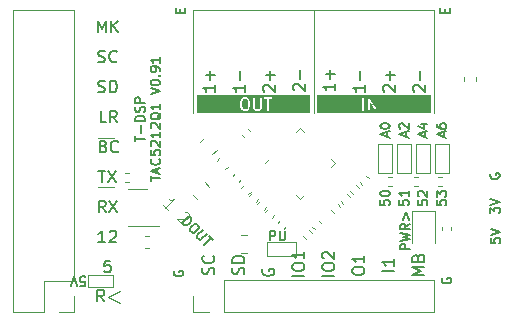
<source format=gto>
G04 #@! TF.GenerationSoftware,KiCad,Pcbnew,9.0.4*
G04 #@! TF.CreationDate,2025-08-20T19:30:37-04:00*
G04 #@! TF.ProjectId,tac5212_audio_board_single_ended,74616335-3231-4325-9f61-7564696f5f62,rev?*
G04 #@! TF.SameCoordinates,Original*
G04 #@! TF.FileFunction,Legend,Top*
G04 #@! TF.FilePolarity,Positive*
%FSLAX46Y46*%
G04 Gerber Fmt 4.6, Leading zero omitted, Abs format (unit mm)*
G04 Created by KiCad (PCBNEW 9.0.4) date 2025-08-20 19:30:37*
%MOMM*%
%LPD*%
G01*
G04 APERTURE LIST*
%ADD10C,0.200000*%
%ADD11C,0.150000*%
%ADD12C,0.100000*%
%ADD13C,0.120000*%
G04 APERTURE END LIST*
D10*
X9027695Y13095239D02*
X9027695Y13552382D01*
X9827695Y13323810D02*
X9027695Y13323810D01*
X9522933Y13819049D02*
X9522933Y14428572D01*
X9827695Y14809525D02*
X9027695Y14809525D01*
X9027695Y14809525D02*
X9027695Y15000001D01*
X9027695Y15000001D02*
X9065790Y15114287D01*
X9065790Y15114287D02*
X9141980Y15190477D01*
X9141980Y15190477D02*
X9218171Y15228572D01*
X9218171Y15228572D02*
X9370552Y15266668D01*
X9370552Y15266668D02*
X9484838Y15266668D01*
X9484838Y15266668D02*
X9637219Y15228572D01*
X9637219Y15228572D02*
X9713409Y15190477D01*
X9713409Y15190477D02*
X9789600Y15114287D01*
X9789600Y15114287D02*
X9827695Y15000001D01*
X9827695Y15000001D02*
X9827695Y14809525D01*
X9789600Y15571429D02*
X9827695Y15685715D01*
X9827695Y15685715D02*
X9827695Y15876191D01*
X9827695Y15876191D02*
X9789600Y15952382D01*
X9789600Y15952382D02*
X9751504Y15990477D01*
X9751504Y15990477D02*
X9675314Y16028572D01*
X9675314Y16028572D02*
X9599123Y16028572D01*
X9599123Y16028572D02*
X9522933Y15990477D01*
X9522933Y15990477D02*
X9484838Y15952382D01*
X9484838Y15952382D02*
X9446742Y15876191D01*
X9446742Y15876191D02*
X9408647Y15723810D01*
X9408647Y15723810D02*
X9370552Y15647620D01*
X9370552Y15647620D02*
X9332457Y15609525D01*
X9332457Y15609525D02*
X9256266Y15571429D01*
X9256266Y15571429D02*
X9180076Y15571429D01*
X9180076Y15571429D02*
X9103885Y15609525D01*
X9103885Y15609525D02*
X9065790Y15647620D01*
X9065790Y15647620D02*
X9027695Y15723810D01*
X9027695Y15723810D02*
X9027695Y15914287D01*
X9027695Y15914287D02*
X9065790Y16028572D01*
X9827695Y16371430D02*
X9027695Y16371430D01*
X9027695Y16371430D02*
X9027695Y16676192D01*
X9027695Y16676192D02*
X9065790Y16752382D01*
X9065790Y16752382D02*
X9103885Y16790477D01*
X9103885Y16790477D02*
X9180076Y16828573D01*
X9180076Y16828573D02*
X9294361Y16828573D01*
X9294361Y16828573D02*
X9370552Y16790477D01*
X9370552Y16790477D02*
X9408647Y16752382D01*
X9408647Y16752382D02*
X9446742Y16676192D01*
X9446742Y16676192D02*
X9446742Y16371430D01*
X10315650Y9723810D02*
X10315650Y10180953D01*
X11115650Y9952381D02*
X10315650Y9952381D01*
X10887078Y10409524D02*
X10887078Y10790477D01*
X11115650Y10333334D02*
X10315650Y10600001D01*
X10315650Y10600001D02*
X11115650Y10866667D01*
X11039459Y11590477D02*
X11077555Y11552381D01*
X11077555Y11552381D02*
X11115650Y11438096D01*
X11115650Y11438096D02*
X11115650Y11361905D01*
X11115650Y11361905D02*
X11077555Y11247619D01*
X11077555Y11247619D02*
X11001364Y11171429D01*
X11001364Y11171429D02*
X10925174Y11133334D01*
X10925174Y11133334D02*
X10772793Y11095238D01*
X10772793Y11095238D02*
X10658507Y11095238D01*
X10658507Y11095238D02*
X10506126Y11133334D01*
X10506126Y11133334D02*
X10429935Y11171429D01*
X10429935Y11171429D02*
X10353745Y11247619D01*
X10353745Y11247619D02*
X10315650Y11361905D01*
X10315650Y11361905D02*
X10315650Y11438096D01*
X10315650Y11438096D02*
X10353745Y11552381D01*
X10353745Y11552381D02*
X10391840Y11590477D01*
X10315650Y12314286D02*
X10315650Y11933334D01*
X10315650Y11933334D02*
X10696602Y11895238D01*
X10696602Y11895238D02*
X10658507Y11933334D01*
X10658507Y11933334D02*
X10620412Y12009524D01*
X10620412Y12009524D02*
X10620412Y12200000D01*
X10620412Y12200000D02*
X10658507Y12276191D01*
X10658507Y12276191D02*
X10696602Y12314286D01*
X10696602Y12314286D02*
X10772793Y12352381D01*
X10772793Y12352381D02*
X10963269Y12352381D01*
X10963269Y12352381D02*
X11039459Y12314286D01*
X11039459Y12314286D02*
X11077555Y12276191D01*
X11077555Y12276191D02*
X11115650Y12200000D01*
X11115650Y12200000D02*
X11115650Y12009524D01*
X11115650Y12009524D02*
X11077555Y11933334D01*
X11077555Y11933334D02*
X11039459Y11895238D01*
X10391840Y12657143D02*
X10353745Y12695239D01*
X10353745Y12695239D02*
X10315650Y12771429D01*
X10315650Y12771429D02*
X10315650Y12961905D01*
X10315650Y12961905D02*
X10353745Y13038096D01*
X10353745Y13038096D02*
X10391840Y13076191D01*
X10391840Y13076191D02*
X10468031Y13114286D01*
X10468031Y13114286D02*
X10544221Y13114286D01*
X10544221Y13114286D02*
X10658507Y13076191D01*
X10658507Y13076191D02*
X11115650Y12619048D01*
X11115650Y12619048D02*
X11115650Y13114286D01*
X11115650Y13876191D02*
X11115650Y13419048D01*
X11115650Y13647620D02*
X10315650Y13647620D01*
X10315650Y13647620D02*
X10429935Y13571429D01*
X10429935Y13571429D02*
X10506126Y13495239D01*
X10506126Y13495239D02*
X10544221Y13419048D01*
X10391840Y14180953D02*
X10353745Y14219049D01*
X10353745Y14219049D02*
X10315650Y14295239D01*
X10315650Y14295239D02*
X10315650Y14485715D01*
X10315650Y14485715D02*
X10353745Y14561906D01*
X10353745Y14561906D02*
X10391840Y14600001D01*
X10391840Y14600001D02*
X10468031Y14638096D01*
X10468031Y14638096D02*
X10544221Y14638096D01*
X10544221Y14638096D02*
X10658507Y14600001D01*
X10658507Y14600001D02*
X11115650Y14142858D01*
X11115650Y14142858D02*
X11115650Y14638096D01*
X11191840Y15514287D02*
X11153745Y15438097D01*
X11153745Y15438097D02*
X11077555Y15361906D01*
X11077555Y15361906D02*
X10963269Y15247620D01*
X10963269Y15247620D02*
X10925174Y15171430D01*
X10925174Y15171430D02*
X10925174Y15095239D01*
X11115650Y15133335D02*
X11077555Y15057144D01*
X11077555Y15057144D02*
X11001364Y14980954D01*
X11001364Y14980954D02*
X10848983Y14942858D01*
X10848983Y14942858D02*
X10582316Y14942858D01*
X10582316Y14942858D02*
X10429935Y14980954D01*
X10429935Y14980954D02*
X10353745Y15057144D01*
X10353745Y15057144D02*
X10315650Y15133335D01*
X10315650Y15133335D02*
X10315650Y15285716D01*
X10315650Y15285716D02*
X10353745Y15361906D01*
X10353745Y15361906D02*
X10429935Y15438097D01*
X10429935Y15438097D02*
X10582316Y15476192D01*
X10582316Y15476192D02*
X10848983Y15476192D01*
X10848983Y15476192D02*
X11001364Y15438097D01*
X11001364Y15438097D02*
X11077555Y15361906D01*
X11077555Y15361906D02*
X11115650Y15285716D01*
X11115650Y15285716D02*
X11115650Y15133335D01*
X11115650Y16238096D02*
X11115650Y15780953D01*
X11115650Y16009525D02*
X10315650Y16009525D01*
X10315650Y16009525D02*
X10429935Y15933334D01*
X10429935Y15933334D02*
X10506126Y15857144D01*
X10506126Y15857144D02*
X10544221Y15780953D01*
X10315650Y17076192D02*
X11115650Y17342859D01*
X11115650Y17342859D02*
X10315650Y17609525D01*
X10315650Y18028573D02*
X10315650Y18104763D01*
X10315650Y18104763D02*
X10353745Y18180954D01*
X10353745Y18180954D02*
X10391840Y18219049D01*
X10391840Y18219049D02*
X10468031Y18257144D01*
X10468031Y18257144D02*
X10620412Y18295239D01*
X10620412Y18295239D02*
X10810888Y18295239D01*
X10810888Y18295239D02*
X10963269Y18257144D01*
X10963269Y18257144D02*
X11039459Y18219049D01*
X11039459Y18219049D02*
X11077555Y18180954D01*
X11077555Y18180954D02*
X11115650Y18104763D01*
X11115650Y18104763D02*
X11115650Y18028573D01*
X11115650Y18028573D02*
X11077555Y17952382D01*
X11077555Y17952382D02*
X11039459Y17914287D01*
X11039459Y17914287D02*
X10963269Y17876192D01*
X10963269Y17876192D02*
X10810888Y17838096D01*
X10810888Y17838096D02*
X10620412Y17838096D01*
X10620412Y17838096D02*
X10468031Y17876192D01*
X10468031Y17876192D02*
X10391840Y17914287D01*
X10391840Y17914287D02*
X10353745Y17952382D01*
X10353745Y17952382D02*
X10315650Y18028573D01*
X11039459Y18638097D02*
X11077555Y18676192D01*
X11077555Y18676192D02*
X11115650Y18638097D01*
X11115650Y18638097D02*
X11077555Y18600001D01*
X11077555Y18600001D02*
X11039459Y18638097D01*
X11039459Y18638097D02*
X11115650Y18638097D01*
X11115650Y19057144D02*
X11115650Y19209525D01*
X11115650Y19209525D02*
X11077555Y19285715D01*
X11077555Y19285715D02*
X11039459Y19323811D01*
X11039459Y19323811D02*
X10925174Y19400001D01*
X10925174Y19400001D02*
X10772793Y19438096D01*
X10772793Y19438096D02*
X10468031Y19438096D01*
X10468031Y19438096D02*
X10391840Y19400001D01*
X10391840Y19400001D02*
X10353745Y19361906D01*
X10353745Y19361906D02*
X10315650Y19285715D01*
X10315650Y19285715D02*
X10315650Y19133334D01*
X10315650Y19133334D02*
X10353745Y19057144D01*
X10353745Y19057144D02*
X10391840Y19019049D01*
X10391840Y19019049D02*
X10468031Y18980953D01*
X10468031Y18980953D02*
X10658507Y18980953D01*
X10658507Y18980953D02*
X10734697Y19019049D01*
X10734697Y19019049D02*
X10772793Y19057144D01*
X10772793Y19057144D02*
X10810888Y19133334D01*
X10810888Y19133334D02*
X10810888Y19285715D01*
X10810888Y19285715D02*
X10772793Y19361906D01*
X10772793Y19361906D02*
X10734697Y19400001D01*
X10734697Y19400001D02*
X10658507Y19438096D01*
X11115650Y20200001D02*
X11115650Y19742858D01*
X11115650Y19971430D02*
X10315650Y19971430D01*
X10315650Y19971430D02*
X10429935Y19895239D01*
X10429935Y19895239D02*
X10506126Y19819049D01*
X10506126Y19819049D02*
X10544221Y19742858D01*
D11*
X27407319Y2028572D02*
X27407319Y2219048D01*
X27407319Y2219048D02*
X27454938Y2314286D01*
X27454938Y2314286D02*
X27550176Y2409524D01*
X27550176Y2409524D02*
X27740652Y2457143D01*
X27740652Y2457143D02*
X28073985Y2457143D01*
X28073985Y2457143D02*
X28264461Y2409524D01*
X28264461Y2409524D02*
X28359700Y2314286D01*
X28359700Y2314286D02*
X28407319Y2219048D01*
X28407319Y2219048D02*
X28407319Y2028572D01*
X28407319Y2028572D02*
X28359700Y1933334D01*
X28359700Y1933334D02*
X28264461Y1838096D01*
X28264461Y1838096D02*
X28073985Y1790477D01*
X28073985Y1790477D02*
X27740652Y1790477D01*
X27740652Y1790477D02*
X27550176Y1838096D01*
X27550176Y1838096D02*
X27454938Y1933334D01*
X27454938Y1933334D02*
X27407319Y2028572D01*
X28407319Y3409524D02*
X28407319Y2838096D01*
X28407319Y3123810D02*
X27407319Y3123810D01*
X27407319Y3123810D02*
X27550176Y3028572D01*
X27550176Y3028572D02*
X27645414Y2933334D01*
X27645414Y2933334D02*
X27693033Y2838096D01*
X32642557Y17295239D02*
X32594938Y17342858D01*
X32594938Y17342858D02*
X32547319Y17438096D01*
X32547319Y17438096D02*
X32547319Y17676191D01*
X32547319Y17676191D02*
X32594938Y17771429D01*
X32594938Y17771429D02*
X32642557Y17819048D01*
X32642557Y17819048D02*
X32737795Y17866667D01*
X32737795Y17866667D02*
X32833033Y17866667D01*
X32833033Y17866667D02*
X32975890Y17819048D01*
X32975890Y17819048D02*
X33547319Y17247620D01*
X33547319Y17247620D02*
X33547319Y17866667D01*
X33166366Y18295239D02*
X33166366Y19057143D01*
X22482557Y17390239D02*
X22434938Y17437858D01*
X22434938Y17437858D02*
X22387319Y17533096D01*
X22387319Y17533096D02*
X22387319Y17771191D01*
X22387319Y17771191D02*
X22434938Y17866429D01*
X22434938Y17866429D02*
X22482557Y17914048D01*
X22482557Y17914048D02*
X22577795Y17961667D01*
X22577795Y17961667D02*
X22673033Y17961667D01*
X22673033Y17961667D02*
X22815890Y17914048D01*
X22815890Y17914048D02*
X23387319Y17342620D01*
X23387319Y17342620D02*
X23387319Y17961667D01*
X23006366Y18390239D02*
X23006366Y19152143D01*
X15659700Y1814287D02*
X15707319Y1957144D01*
X15707319Y1957144D02*
X15707319Y2195239D01*
X15707319Y2195239D02*
X15659700Y2290477D01*
X15659700Y2290477D02*
X15612080Y2338096D01*
X15612080Y2338096D02*
X15516842Y2385715D01*
X15516842Y2385715D02*
X15421604Y2385715D01*
X15421604Y2385715D02*
X15326366Y2338096D01*
X15326366Y2338096D02*
X15278747Y2290477D01*
X15278747Y2290477D02*
X15231128Y2195239D01*
X15231128Y2195239D02*
X15183509Y2004763D01*
X15183509Y2004763D02*
X15135890Y1909525D01*
X15135890Y1909525D02*
X15088271Y1861906D01*
X15088271Y1861906D02*
X14993033Y1814287D01*
X14993033Y1814287D02*
X14897795Y1814287D01*
X14897795Y1814287D02*
X14802557Y1861906D01*
X14802557Y1861906D02*
X14754938Y1909525D01*
X14754938Y1909525D02*
X14707319Y2004763D01*
X14707319Y2004763D02*
X14707319Y2242858D01*
X14707319Y2242858D02*
X14754938Y2385715D01*
X15612080Y3385715D02*
X15659700Y3338096D01*
X15659700Y3338096D02*
X15707319Y3195239D01*
X15707319Y3195239D02*
X15707319Y3100001D01*
X15707319Y3100001D02*
X15659700Y2957144D01*
X15659700Y2957144D02*
X15564461Y2861906D01*
X15564461Y2861906D02*
X15469223Y2814287D01*
X15469223Y2814287D02*
X15278747Y2766668D01*
X15278747Y2766668D02*
X15135890Y2766668D01*
X15135890Y2766668D02*
X14945414Y2814287D01*
X14945414Y2814287D02*
X14850176Y2861906D01*
X14850176Y2861906D02*
X14754938Y2957144D01*
X14754938Y2957144D02*
X14707319Y3100001D01*
X14707319Y3100001D02*
X14707319Y3195239D01*
X14707319Y3195239D02*
X14754938Y3338096D01*
X14754938Y3338096D02*
X14802557Y3385715D01*
X6392023Y-459819D02*
X6058690Y16372D01*
X5820595Y-459819D02*
X5820595Y540181D01*
X5820595Y540181D02*
X6201547Y540181D01*
X6201547Y540181D02*
X6296785Y492562D01*
X6296785Y492562D02*
X6344404Y444943D01*
X6344404Y444943D02*
X6392023Y349705D01*
X6392023Y349705D02*
X6392023Y206848D01*
X6392023Y206848D02*
X6344404Y111610D01*
X6344404Y111610D02*
X6296785Y63991D01*
X6296785Y63991D02*
X6201547Y16372D01*
X6201547Y16372D02*
X5820595Y16372D01*
X18307319Y17866667D02*
X18307319Y17295239D01*
X18307319Y17580953D02*
X17307319Y17580953D01*
X17307319Y17580953D02*
X17450176Y17485715D01*
X17450176Y17485715D02*
X17545414Y17390477D01*
X17545414Y17390477D02*
X17593033Y17295239D01*
X17926366Y18295239D02*
X17926366Y19057143D01*
X39084795Y6985477D02*
X39084795Y7480715D01*
X39084795Y7480715D02*
X39389557Y7214049D01*
X39389557Y7214049D02*
X39389557Y7328334D01*
X39389557Y7328334D02*
X39427652Y7404525D01*
X39427652Y7404525D02*
X39465747Y7442620D01*
X39465747Y7442620D02*
X39541938Y7480715D01*
X39541938Y7480715D02*
X39732414Y7480715D01*
X39732414Y7480715D02*
X39808604Y7442620D01*
X39808604Y7442620D02*
X39846700Y7404525D01*
X39846700Y7404525D02*
X39884795Y7328334D01*
X39884795Y7328334D02*
X39884795Y7099763D01*
X39884795Y7099763D02*
X39846700Y7023572D01*
X39846700Y7023572D02*
X39808604Y6985477D01*
X39084795Y7709287D02*
X39884795Y7975954D01*
X39884795Y7975954D02*
X39084795Y8242620D01*
X28467319Y17866667D02*
X28467319Y17295239D01*
X28467319Y17580953D02*
X27467319Y17580953D01*
X27467319Y17580953D02*
X27610176Y17485715D01*
X27610176Y17485715D02*
X27705414Y17390477D01*
X27705414Y17390477D02*
X27753033Y17295239D01*
X28086366Y18295239D02*
X28086366Y19057143D01*
X39107890Y10329524D02*
X39069795Y10253334D01*
X39069795Y10253334D02*
X39069795Y10139048D01*
X39069795Y10139048D02*
X39107890Y10024762D01*
X39107890Y10024762D02*
X39184080Y9948572D01*
X39184080Y9948572D02*
X39260271Y9910477D01*
X39260271Y9910477D02*
X39412652Y9872381D01*
X39412652Y9872381D02*
X39526938Y9872381D01*
X39526938Y9872381D02*
X39679319Y9910477D01*
X39679319Y9910477D02*
X39755509Y9948572D01*
X39755509Y9948572D02*
X39831700Y10024762D01*
X39831700Y10024762D02*
X39869795Y10139048D01*
X39869795Y10139048D02*
X39869795Y10215239D01*
X39869795Y10215239D02*
X39831700Y10329524D01*
X39831700Y10329524D02*
X39793604Y10367620D01*
X39793604Y10367620D02*
X39526938Y10367620D01*
X39526938Y10367620D02*
X39526938Y10215239D01*
G36*
X18473787Y16630923D02*
G01*
X18545729Y16558981D01*
X18586071Y16397614D01*
X18586071Y16082749D01*
X18545729Y15921383D01*
X18473786Y15849439D01*
X18405271Y15815181D01*
X18250205Y15815181D01*
X18181689Y15849439D01*
X18109746Y15921383D01*
X18069405Y16082749D01*
X18069405Y16397614D01*
X18109746Y16558981D01*
X18181689Y16630923D01*
X18250205Y16665181D01*
X18405271Y16665181D01*
X18473787Y16630923D01*
G37*
G36*
X20750503Y15554070D02*
G01*
X17808294Y15554070D01*
X17808294Y16406848D01*
X17919405Y16406848D01*
X17919405Y16073515D01*
X17919656Y16070962D01*
X17919494Y16069869D01*
X17920303Y16064396D01*
X17920846Y16058883D01*
X17921268Y16057862D01*
X17921644Y16055325D01*
X17969263Y15864849D01*
X17974210Y15851003D01*
X17977529Y15846524D01*
X17979663Y15841372D01*
X17988991Y15830006D01*
X18084229Y15734767D01*
X18089979Y15730047D01*
X18091278Y15728550D01*
X18093532Y15727131D01*
X18095594Y15725439D01*
X18097426Y15724681D01*
X18103721Y15720718D01*
X18198959Y15673099D01*
X18212690Y15667844D01*
X18215379Y15667653D01*
X18217868Y15666622D01*
X18232500Y15665181D01*
X18422976Y15665181D01*
X18437608Y15666622D01*
X18440097Y15667654D01*
X18442785Y15667844D01*
X18456517Y15673099D01*
X18551755Y15720718D01*
X18558054Y15724683D01*
X18559882Y15725440D01*
X18561938Y15727129D01*
X18564198Y15728550D01*
X18565497Y15730049D01*
X18571247Y15734767D01*
X18666486Y15830007D01*
X18675813Y15841372D01*
X18677946Y15846524D01*
X18681266Y15851003D01*
X18686213Y15864849D01*
X18733832Y16055325D01*
X18734207Y16057862D01*
X18734630Y16058883D01*
X18735172Y16064396D01*
X18735982Y16069869D01*
X18735819Y16070962D01*
X18736071Y16073515D01*
X18736071Y16406848D01*
X18735819Y16409402D01*
X18735982Y16410494D01*
X18735172Y16415968D01*
X18734630Y16421480D01*
X18734207Y16422502D01*
X18733832Y16425038D01*
X18686213Y16615514D01*
X18681266Y16629360D01*
X18677947Y16633839D01*
X18675813Y16638992D01*
X18666485Y16650357D01*
X18576661Y16740181D01*
X19014643Y16740181D01*
X19014643Y15930658D01*
X19016084Y15916026D01*
X19017115Y15913537D01*
X19017306Y15910849D01*
X19022561Y15897117D01*
X19070180Y15801879D01*
X19074143Y15795583D01*
X19074901Y15793753D01*
X19076590Y15791695D01*
X19078012Y15789436D01*
X19079510Y15788137D01*
X19084228Y15782388D01*
X19131847Y15734768D01*
X19137596Y15730050D01*
X19138897Y15728550D01*
X19141156Y15727128D01*
X19143213Y15725440D01*
X19145040Y15724683D01*
X19151340Y15720718D01*
X19246578Y15673099D01*
X19260309Y15667844D01*
X19262998Y15667653D01*
X19265487Y15666622D01*
X19280119Y15665181D01*
X19470595Y15665181D01*
X19485227Y15666622D01*
X19487716Y15667654D01*
X19490404Y15667844D01*
X19504136Y15673099D01*
X19599374Y15720718D01*
X19605673Y15724683D01*
X19607501Y15725440D01*
X19609557Y15727128D01*
X19611817Y15728550D01*
X19613117Y15730050D01*
X19618867Y15734768D01*
X19666485Y15782387D01*
X19671203Y15788137D01*
X19672702Y15789436D01*
X19674123Y15791695D01*
X19675813Y15793753D01*
X19676570Y15795583D01*
X19680534Y15801879D01*
X19728153Y15897117D01*
X19733408Y15910848D01*
X19733599Y15913538D01*
X19734630Y15916026D01*
X19736071Y15930658D01*
X19736071Y16740181D01*
X19734630Y16754813D01*
X19920846Y16754813D01*
X19920846Y16725549D01*
X19932045Y16698513D01*
X19952737Y16677821D01*
X19979773Y16666622D01*
X19994405Y16665181D01*
X20205119Y16665181D01*
X20205119Y15740181D01*
X20206560Y15725549D01*
X20217759Y15698513D01*
X20238451Y15677821D01*
X20265487Y15666622D01*
X20294751Y15666622D01*
X20321787Y15677821D01*
X20342479Y15698513D01*
X20353678Y15725549D01*
X20355119Y15740181D01*
X20355119Y16665181D01*
X20565833Y16665181D01*
X20580465Y16666622D01*
X20607501Y16677821D01*
X20628193Y16698513D01*
X20639392Y16725549D01*
X20639392Y16754813D01*
X20628193Y16781849D01*
X20607501Y16802541D01*
X20580465Y16813740D01*
X20565833Y16815181D01*
X19994405Y16815181D01*
X19979773Y16813740D01*
X19952737Y16802541D01*
X19932045Y16781849D01*
X19920846Y16754813D01*
X19734630Y16754813D01*
X19723431Y16781849D01*
X19702739Y16802541D01*
X19675703Y16813740D01*
X19646439Y16813740D01*
X19619403Y16802541D01*
X19598711Y16781849D01*
X19587512Y16754813D01*
X19586071Y16740181D01*
X19586071Y15948363D01*
X19551812Y15879847D01*
X19521405Y15849439D01*
X19452890Y15815181D01*
X19297824Y15815181D01*
X19229308Y15849439D01*
X19198901Y15879847D01*
X19164643Y15948363D01*
X19164643Y16740181D01*
X19163202Y16754813D01*
X19152003Y16781849D01*
X19131311Y16802541D01*
X19104275Y16813740D01*
X19075011Y16813740D01*
X19047975Y16802541D01*
X19027283Y16781849D01*
X19016084Y16754813D01*
X19014643Y16740181D01*
X18576661Y16740181D01*
X18571247Y16745595D01*
X18565497Y16750314D01*
X18564198Y16751812D01*
X18561938Y16753234D01*
X18559882Y16754922D01*
X18558054Y16755680D01*
X18551755Y16759644D01*
X18456517Y16807263D01*
X18442785Y16812518D01*
X18440097Y16812709D01*
X18437608Y16813740D01*
X18422976Y16815181D01*
X18232500Y16815181D01*
X18217868Y16813740D01*
X18215379Y16812710D01*
X18212690Y16812518D01*
X18198959Y16807263D01*
X18103721Y16759644D01*
X18097426Y16755682D01*
X18095594Y16754923D01*
X18093532Y16753232D01*
X18091278Y16751812D01*
X18089979Y16750316D01*
X18084229Y16745595D01*
X17988991Y16650357D01*
X17979664Y16638992D01*
X17977530Y16633842D01*
X17974210Y16629360D01*
X17969263Y16615514D01*
X17921644Y16425038D01*
X17921268Y16422502D01*
X17920846Y16421480D01*
X17920303Y16415968D01*
X17919494Y16410494D01*
X17919656Y16409402D01*
X17919405Y16406848D01*
X17808294Y16406848D01*
X17808294Y16926292D01*
X20750503Y16926292D01*
X20750503Y15554070D01*
G37*
X25927319Y17961667D02*
X25927319Y17390239D01*
X25927319Y17675953D02*
X24927319Y17675953D01*
X24927319Y17675953D02*
X25070176Y17580715D01*
X25070176Y17580715D02*
X25165414Y17485477D01*
X25165414Y17485477D02*
X25213033Y17390239D01*
X25546366Y18390239D02*
X25546366Y19152143D01*
X25927319Y18771191D02*
X25165414Y18771191D01*
X6338928Y12678991D02*
X6481785Y12631372D01*
X6481785Y12631372D02*
X6529404Y12583753D01*
X6529404Y12583753D02*
X6577023Y12488515D01*
X6577023Y12488515D02*
X6577023Y12345658D01*
X6577023Y12345658D02*
X6529404Y12250420D01*
X6529404Y12250420D02*
X6481785Y12202800D01*
X6481785Y12202800D02*
X6386547Y12155181D01*
X6386547Y12155181D02*
X6005595Y12155181D01*
X6005595Y12155181D02*
X6005595Y13155181D01*
X6005595Y13155181D02*
X6338928Y13155181D01*
X6338928Y13155181D02*
X6434166Y13107562D01*
X6434166Y13107562D02*
X6481785Y13059943D01*
X6481785Y13059943D02*
X6529404Y12964705D01*
X6529404Y12964705D02*
X6529404Y12869467D01*
X6529404Y12869467D02*
X6481785Y12774229D01*
X6481785Y12774229D02*
X6434166Y12726610D01*
X6434166Y12726610D02*
X6338928Y12678991D01*
X6338928Y12678991D02*
X6005595Y12678991D01*
X7577023Y12250420D02*
X7529404Y12202800D01*
X7529404Y12202800D02*
X7386547Y12155181D01*
X7386547Y12155181D02*
X7291309Y12155181D01*
X7291309Y12155181D02*
X7148452Y12202800D01*
X7148452Y12202800D02*
X7053214Y12298039D01*
X7053214Y12298039D02*
X7005595Y12393277D01*
X7005595Y12393277D02*
X6957976Y12583753D01*
X6957976Y12583753D02*
X6957976Y12726610D01*
X6957976Y12726610D02*
X7005595Y12917086D01*
X7005595Y12917086D02*
X7053214Y13012324D01*
X7053214Y13012324D02*
X7148452Y13107562D01*
X7148452Y13107562D02*
X7291309Y13155181D01*
X7291309Y13155181D02*
X7386547Y13155181D01*
X7386547Y13155181D02*
X7529404Y13107562D01*
X7529404Y13107562D02*
X7577023Y13059943D01*
X6505833Y7075181D02*
X6172500Y7551372D01*
X5934405Y7075181D02*
X5934405Y8075181D01*
X5934405Y8075181D02*
X6315357Y8075181D01*
X6315357Y8075181D02*
X6410595Y8027562D01*
X6410595Y8027562D02*
X6458214Y7979943D01*
X6458214Y7979943D02*
X6505833Y7884705D01*
X6505833Y7884705D02*
X6505833Y7741848D01*
X6505833Y7741848D02*
X6458214Y7646610D01*
X6458214Y7646610D02*
X6410595Y7598991D01*
X6410595Y7598991D02*
X6315357Y7551372D01*
X6315357Y7551372D02*
X5934405Y7551372D01*
X6839167Y8075181D02*
X7505833Y7075181D01*
X7505833Y8075181D02*
X6839167Y7075181D01*
X5910595Y10615181D02*
X6482023Y10615181D01*
X6196309Y9615181D02*
X6196309Y10615181D01*
X6720119Y10615181D02*
X7386785Y9615181D01*
X7386785Y10615181D02*
X6720119Y9615181D01*
X6577023Y14695181D02*
X6100833Y14695181D01*
X6100833Y14695181D02*
X6100833Y15695181D01*
X7481785Y14695181D02*
X7148452Y15171372D01*
X6910357Y14695181D02*
X6910357Y15695181D01*
X6910357Y15695181D02*
X7291309Y15695181D01*
X7291309Y15695181D02*
X7386547Y15647562D01*
X7386547Y15647562D02*
X7434166Y15599943D01*
X7434166Y15599943D02*
X7481785Y15504705D01*
X7481785Y15504705D02*
X7481785Y15361848D01*
X7481785Y15361848D02*
X7434166Y15266610D01*
X7434166Y15266610D02*
X7386547Y15218991D01*
X7386547Y15218991D02*
X7291309Y15171372D01*
X7291309Y15171372D02*
X6910357Y15171372D01*
G36*
X29542420Y15554253D02*
G01*
X28122580Y15554253D01*
X28122580Y16740181D01*
X28233691Y16740181D01*
X28233691Y15740181D01*
X28235132Y15725549D01*
X28246331Y15698513D01*
X28267023Y15677821D01*
X28294059Y15666622D01*
X28323323Y15666622D01*
X28350359Y15677821D01*
X28371051Y15698513D01*
X28382250Y15725549D01*
X28383691Y15740181D01*
X28383691Y16740181D01*
X28709881Y16740181D01*
X28709881Y15740181D01*
X28711322Y15725549D01*
X28722521Y15698513D01*
X28743213Y15677821D01*
X28770249Y15666622D01*
X28799513Y15666622D01*
X28826549Y15677821D01*
X28847241Y15698513D01*
X28858440Y15725549D01*
X28859881Y15740181D01*
X28859881Y16457765D01*
X29291191Y15702970D01*
X29293380Y15699886D01*
X29293949Y15698513D01*
X29295346Y15697116D01*
X29299701Y15690981D01*
X29307589Y15684873D01*
X29314641Y15677821D01*
X29319059Y15675991D01*
X29322839Y15673064D01*
X29332460Y15670440D01*
X29341677Y15666622D01*
X29346458Y15666622D01*
X29351070Y15665364D01*
X29360967Y15666622D01*
X29370941Y15666622D01*
X29375356Y15668452D01*
X29380100Y15669054D01*
X29388764Y15674005D01*
X29397977Y15677821D01*
X29401355Y15681200D01*
X29405509Y15683573D01*
X29411618Y15691463D01*
X29418669Y15698513D01*
X29420498Y15702930D01*
X29423426Y15706710D01*
X29426050Y15716334D01*
X29429868Y15725549D01*
X29430604Y15733032D01*
X29431126Y15734942D01*
X29430938Y15736418D01*
X29431309Y15740181D01*
X29431309Y16740181D01*
X29429868Y16754813D01*
X29418669Y16781849D01*
X29397977Y16802541D01*
X29370941Y16813740D01*
X29341677Y16813740D01*
X29314641Y16802541D01*
X29293949Y16781849D01*
X29282750Y16754813D01*
X29281309Y16740181D01*
X29281309Y16022598D01*
X28849999Y16777391D01*
X28847810Y16780475D01*
X28847241Y16781849D01*
X28845841Y16783249D01*
X28841489Y16789381D01*
X28833599Y16795491D01*
X28826549Y16802541D01*
X28822132Y16804371D01*
X28818352Y16807298D01*
X28808728Y16809923D01*
X28799513Y16813740D01*
X28794732Y16813740D01*
X28790120Y16814998D01*
X28780223Y16813740D01*
X28770249Y16813740D01*
X28765833Y16811911D01*
X28761090Y16811308D01*
X28752425Y16806358D01*
X28743213Y16802541D01*
X28739834Y16799163D01*
X28735681Y16796789D01*
X28729571Y16788900D01*
X28722521Y16781849D01*
X28720691Y16777433D01*
X28717764Y16773652D01*
X28715139Y16764029D01*
X28711322Y16754813D01*
X28710585Y16747331D01*
X28710064Y16745420D01*
X28710251Y16743945D01*
X28709881Y16740181D01*
X28383691Y16740181D01*
X28382250Y16754813D01*
X28371051Y16781849D01*
X28350359Y16802541D01*
X28323323Y16813740D01*
X28294059Y16813740D01*
X28267023Y16802541D01*
X28246331Y16781849D01*
X28235132Y16754813D01*
X28233691Y16740181D01*
X28122580Y16740181D01*
X28122580Y16926109D01*
X29542420Y16926109D01*
X29542420Y15554253D01*
G37*
X5886786Y17282800D02*
X6029643Y17235181D01*
X6029643Y17235181D02*
X6267738Y17235181D01*
X6267738Y17235181D02*
X6362976Y17282800D01*
X6362976Y17282800D02*
X6410595Y17330420D01*
X6410595Y17330420D02*
X6458214Y17425658D01*
X6458214Y17425658D02*
X6458214Y17520896D01*
X6458214Y17520896D02*
X6410595Y17616134D01*
X6410595Y17616134D02*
X6362976Y17663753D01*
X6362976Y17663753D02*
X6267738Y17711372D01*
X6267738Y17711372D02*
X6077262Y17758991D01*
X6077262Y17758991D02*
X5982024Y17806610D01*
X5982024Y17806610D02*
X5934405Y17854229D01*
X5934405Y17854229D02*
X5886786Y17949467D01*
X5886786Y17949467D02*
X5886786Y18044705D01*
X5886786Y18044705D02*
X5934405Y18139943D01*
X5934405Y18139943D02*
X5982024Y18187562D01*
X5982024Y18187562D02*
X6077262Y18235181D01*
X6077262Y18235181D02*
X6315357Y18235181D01*
X6315357Y18235181D02*
X6458214Y18187562D01*
X6886786Y17235181D02*
X6886786Y18235181D01*
X6886786Y18235181D02*
X7124881Y18235181D01*
X7124881Y18235181D02*
X7267738Y18187562D01*
X7267738Y18187562D02*
X7362976Y18092324D01*
X7362976Y18092324D02*
X7410595Y17997086D01*
X7410595Y17997086D02*
X7458214Y17806610D01*
X7458214Y17806610D02*
X7458214Y17663753D01*
X7458214Y17663753D02*
X7410595Y17473277D01*
X7410595Y17473277D02*
X7362976Y17378039D01*
X7362976Y17378039D02*
X7267738Y17282800D01*
X7267738Y17282800D02*
X7124881Y17235181D01*
X7124881Y17235181D02*
X6886786Y17235181D01*
X30947319Y2123811D02*
X29947319Y2123811D01*
X30947319Y3123810D02*
X30947319Y2552382D01*
X30947319Y2838096D02*
X29947319Y2838096D01*
X29947319Y2838096D02*
X30090176Y2742858D01*
X30090176Y2742858D02*
X30185414Y2647620D01*
X30185414Y2647620D02*
X30233033Y2552382D01*
X6910595Y2995181D02*
X6434405Y2995181D01*
X6434405Y2995181D02*
X6386786Y2518991D01*
X6386786Y2518991D02*
X6434405Y2566610D01*
X6434405Y2566610D02*
X6529643Y2614229D01*
X6529643Y2614229D02*
X6767738Y2614229D01*
X6767738Y2614229D02*
X6862976Y2566610D01*
X6862976Y2566610D02*
X6910595Y2518991D01*
X6910595Y2518991D02*
X6958214Y2423753D01*
X6958214Y2423753D02*
X6958214Y2185658D01*
X6958214Y2185658D02*
X6910595Y2090420D01*
X6910595Y2090420D02*
X6862976Y2042800D01*
X6862976Y2042800D02*
X6767738Y1995181D01*
X6767738Y1995181D02*
X6529643Y1995181D01*
X6529643Y1995181D02*
X6434405Y2042800D01*
X6434405Y2042800D02*
X6386786Y2090420D01*
X5839167Y22315181D02*
X5839167Y23315181D01*
X5839167Y23315181D02*
X6172500Y22600896D01*
X6172500Y22600896D02*
X6505833Y23315181D01*
X6505833Y23315181D02*
X6505833Y22315181D01*
X6982024Y22315181D02*
X6982024Y23315181D01*
X7553452Y22315181D02*
X7124881Y22886610D01*
X7553452Y23315181D02*
X6982024Y22743753D01*
X19834938Y2261905D02*
X19787319Y2166667D01*
X19787319Y2166667D02*
X19787319Y2023810D01*
X19787319Y2023810D02*
X19834938Y1880953D01*
X19834938Y1880953D02*
X19930176Y1785715D01*
X19930176Y1785715D02*
X20025414Y1738096D01*
X20025414Y1738096D02*
X20215890Y1690477D01*
X20215890Y1690477D02*
X20358747Y1690477D01*
X20358747Y1690477D02*
X20549223Y1738096D01*
X20549223Y1738096D02*
X20644461Y1785715D01*
X20644461Y1785715D02*
X20739700Y1880953D01*
X20739700Y1880953D02*
X20787319Y2023810D01*
X20787319Y2023810D02*
X20787319Y2119048D01*
X20787319Y2119048D02*
X20739700Y2261905D01*
X20739700Y2261905D02*
X20692080Y2309524D01*
X20692080Y2309524D02*
X20358747Y2309524D01*
X20358747Y2309524D02*
X20358747Y2119048D01*
X18199700Y1814287D02*
X18247319Y1957144D01*
X18247319Y1957144D02*
X18247319Y2195239D01*
X18247319Y2195239D02*
X18199700Y2290477D01*
X18199700Y2290477D02*
X18152080Y2338096D01*
X18152080Y2338096D02*
X18056842Y2385715D01*
X18056842Y2385715D02*
X17961604Y2385715D01*
X17961604Y2385715D02*
X17866366Y2338096D01*
X17866366Y2338096D02*
X17818747Y2290477D01*
X17818747Y2290477D02*
X17771128Y2195239D01*
X17771128Y2195239D02*
X17723509Y2004763D01*
X17723509Y2004763D02*
X17675890Y1909525D01*
X17675890Y1909525D02*
X17628271Y1861906D01*
X17628271Y1861906D02*
X17533033Y1814287D01*
X17533033Y1814287D02*
X17437795Y1814287D01*
X17437795Y1814287D02*
X17342557Y1861906D01*
X17342557Y1861906D02*
X17294938Y1909525D01*
X17294938Y1909525D02*
X17247319Y2004763D01*
X17247319Y2004763D02*
X17247319Y2242858D01*
X17247319Y2242858D02*
X17294938Y2385715D01*
X18247319Y2814287D02*
X17247319Y2814287D01*
X17247319Y2814287D02*
X17247319Y3052382D01*
X17247319Y3052382D02*
X17294938Y3195239D01*
X17294938Y3195239D02*
X17390176Y3290477D01*
X17390176Y3290477D02*
X17485414Y3338096D01*
X17485414Y3338096D02*
X17675890Y3385715D01*
X17675890Y3385715D02*
X17818747Y3385715D01*
X17818747Y3385715D02*
X18009223Y3338096D01*
X18009223Y3338096D02*
X18104461Y3290477D01*
X18104461Y3290477D02*
X18199700Y3195239D01*
X18199700Y3195239D02*
X18247319Y3052382D01*
X18247319Y3052382D02*
X18247319Y2814287D01*
X39114795Y4892620D02*
X39114795Y4511668D01*
X39114795Y4511668D02*
X39495747Y4473572D01*
X39495747Y4473572D02*
X39457652Y4511668D01*
X39457652Y4511668D02*
X39419557Y4587858D01*
X39419557Y4587858D02*
X39419557Y4778334D01*
X39419557Y4778334D02*
X39457652Y4854525D01*
X39457652Y4854525D02*
X39495747Y4892620D01*
X39495747Y4892620D02*
X39571938Y4930715D01*
X39571938Y4930715D02*
X39762414Y4930715D01*
X39762414Y4930715D02*
X39838604Y4892620D01*
X39838604Y4892620D02*
X39876700Y4854525D01*
X39876700Y4854525D02*
X39914795Y4778334D01*
X39914795Y4778334D02*
X39914795Y4587858D01*
X39914795Y4587858D02*
X39876700Y4511668D01*
X39876700Y4511668D02*
X39838604Y4473572D01*
X39114795Y5159287D02*
X39914795Y5425954D01*
X39914795Y5425954D02*
X39114795Y5692620D01*
X19942557Y17295239D02*
X19894938Y17342858D01*
X19894938Y17342858D02*
X19847319Y17438096D01*
X19847319Y17438096D02*
X19847319Y17676191D01*
X19847319Y17676191D02*
X19894938Y17771429D01*
X19894938Y17771429D02*
X19942557Y17819048D01*
X19942557Y17819048D02*
X20037795Y17866667D01*
X20037795Y17866667D02*
X20133033Y17866667D01*
X20133033Y17866667D02*
X20275890Y17819048D01*
X20275890Y17819048D02*
X20847319Y17247620D01*
X20847319Y17247620D02*
X20847319Y17866667D01*
X20466366Y18295239D02*
X20466366Y19057143D01*
X20847319Y18676191D02*
X20085414Y18676191D01*
X25867319Y1695001D02*
X24867319Y1695001D01*
X24867319Y2361667D02*
X24867319Y2552143D01*
X24867319Y2552143D02*
X24914938Y2647381D01*
X24914938Y2647381D02*
X25010176Y2742619D01*
X25010176Y2742619D02*
X25200652Y2790238D01*
X25200652Y2790238D02*
X25533985Y2790238D01*
X25533985Y2790238D02*
X25724461Y2742619D01*
X25724461Y2742619D02*
X25819700Y2647381D01*
X25819700Y2647381D02*
X25867319Y2552143D01*
X25867319Y2552143D02*
X25867319Y2361667D01*
X25867319Y2361667D02*
X25819700Y2266429D01*
X25819700Y2266429D02*
X25724461Y2171191D01*
X25724461Y2171191D02*
X25533985Y2123572D01*
X25533985Y2123572D02*
X25200652Y2123572D01*
X25200652Y2123572D02*
X25010176Y2171191D01*
X25010176Y2171191D02*
X24914938Y2266429D01*
X24914938Y2266429D02*
X24867319Y2361667D01*
X24962557Y3171191D02*
X24914938Y3218810D01*
X24914938Y3218810D02*
X24867319Y3314048D01*
X24867319Y3314048D02*
X24867319Y3552143D01*
X24867319Y3552143D02*
X24914938Y3647381D01*
X24914938Y3647381D02*
X24962557Y3695000D01*
X24962557Y3695000D02*
X25057795Y3742619D01*
X25057795Y3742619D02*
X25153033Y3742619D01*
X25153033Y3742619D02*
X25295890Y3695000D01*
X25295890Y3695000D02*
X25867319Y3123572D01*
X25867319Y3123572D02*
X25867319Y3742619D01*
X23327319Y1695001D02*
X22327319Y1695001D01*
X22327319Y2361667D02*
X22327319Y2552143D01*
X22327319Y2552143D02*
X22374938Y2647381D01*
X22374938Y2647381D02*
X22470176Y2742619D01*
X22470176Y2742619D02*
X22660652Y2790238D01*
X22660652Y2790238D02*
X22993985Y2790238D01*
X22993985Y2790238D02*
X23184461Y2742619D01*
X23184461Y2742619D02*
X23279700Y2647381D01*
X23279700Y2647381D02*
X23327319Y2552143D01*
X23327319Y2552143D02*
X23327319Y2361667D01*
X23327319Y2361667D02*
X23279700Y2266429D01*
X23279700Y2266429D02*
X23184461Y2171191D01*
X23184461Y2171191D02*
X22993985Y2123572D01*
X22993985Y2123572D02*
X22660652Y2123572D01*
X22660652Y2123572D02*
X22470176Y2171191D01*
X22470176Y2171191D02*
X22374938Y2266429D01*
X22374938Y2266429D02*
X22327319Y2361667D01*
X23327319Y3742619D02*
X23327319Y3171191D01*
X23327319Y3456905D02*
X22327319Y3456905D01*
X22327319Y3456905D02*
X22470176Y3361667D01*
X22470176Y3361667D02*
X22565414Y3266429D01*
X22565414Y3266429D02*
X22613033Y3171191D01*
X15767319Y17866667D02*
X15767319Y17295239D01*
X15767319Y17580953D02*
X14767319Y17580953D01*
X14767319Y17580953D02*
X14910176Y17485715D01*
X14910176Y17485715D02*
X15005414Y17390477D01*
X15005414Y17390477D02*
X15053033Y17295239D01*
X15386366Y18295239D02*
X15386366Y19057143D01*
X15767319Y18676191D02*
X15005414Y18676191D01*
X6482023Y4535181D02*
X5910595Y4535181D01*
X6196309Y4535181D02*
X6196309Y5535181D01*
X6196309Y5535181D02*
X6101071Y5392324D01*
X6101071Y5392324D02*
X6005833Y5297086D01*
X6005833Y5297086D02*
X5910595Y5249467D01*
X6862976Y5439943D02*
X6910595Y5487562D01*
X6910595Y5487562D02*
X7005833Y5535181D01*
X7005833Y5535181D02*
X7243928Y5535181D01*
X7243928Y5535181D02*
X7339166Y5487562D01*
X7339166Y5487562D02*
X7386785Y5439943D01*
X7386785Y5439943D02*
X7434404Y5344705D01*
X7434404Y5344705D02*
X7434404Y5249467D01*
X7434404Y5249467D02*
X7386785Y5106610D01*
X7386785Y5106610D02*
X6815357Y4535181D01*
X6815357Y4535181D02*
X7434404Y4535181D01*
X33487319Y1766668D02*
X32487319Y1766668D01*
X32487319Y1766668D02*
X33201604Y2100001D01*
X33201604Y2100001D02*
X32487319Y2433334D01*
X32487319Y2433334D02*
X33487319Y2433334D01*
X32963509Y3242858D02*
X33011128Y3385715D01*
X33011128Y3385715D02*
X33058747Y3433334D01*
X33058747Y3433334D02*
X33153985Y3480953D01*
X33153985Y3480953D02*
X33296842Y3480953D01*
X33296842Y3480953D02*
X33392080Y3433334D01*
X33392080Y3433334D02*
X33439700Y3385715D01*
X33439700Y3385715D02*
X33487319Y3290477D01*
X33487319Y3290477D02*
X33487319Y2909525D01*
X33487319Y2909525D02*
X32487319Y2909525D01*
X32487319Y2909525D02*
X32487319Y3242858D01*
X32487319Y3242858D02*
X32534938Y3338096D01*
X32534938Y3338096D02*
X32582557Y3385715D01*
X32582557Y3385715D02*
X32677795Y3433334D01*
X32677795Y3433334D02*
X32773033Y3433334D01*
X32773033Y3433334D02*
X32868271Y3385715D01*
X32868271Y3385715D02*
X32915890Y3338096D01*
X32915890Y3338096D02*
X32963509Y3242858D01*
X32963509Y3242858D02*
X32963509Y2909525D01*
X5886786Y19822800D02*
X6029643Y19775181D01*
X6029643Y19775181D02*
X6267738Y19775181D01*
X6267738Y19775181D02*
X6362976Y19822800D01*
X6362976Y19822800D02*
X6410595Y19870420D01*
X6410595Y19870420D02*
X6458214Y19965658D01*
X6458214Y19965658D02*
X6458214Y20060896D01*
X6458214Y20060896D02*
X6410595Y20156134D01*
X6410595Y20156134D02*
X6362976Y20203753D01*
X6362976Y20203753D02*
X6267738Y20251372D01*
X6267738Y20251372D02*
X6077262Y20298991D01*
X6077262Y20298991D02*
X5982024Y20346610D01*
X5982024Y20346610D02*
X5934405Y20394229D01*
X5934405Y20394229D02*
X5886786Y20489467D01*
X5886786Y20489467D02*
X5886786Y20584705D01*
X5886786Y20584705D02*
X5934405Y20679943D01*
X5934405Y20679943D02*
X5982024Y20727562D01*
X5982024Y20727562D02*
X6077262Y20775181D01*
X6077262Y20775181D02*
X6315357Y20775181D01*
X6315357Y20775181D02*
X6458214Y20727562D01*
X7458214Y19870420D02*
X7410595Y19822800D01*
X7410595Y19822800D02*
X7267738Y19775181D01*
X7267738Y19775181D02*
X7172500Y19775181D01*
X7172500Y19775181D02*
X7029643Y19822800D01*
X7029643Y19822800D02*
X6934405Y19918039D01*
X6934405Y19918039D02*
X6886786Y20013277D01*
X6886786Y20013277D02*
X6839167Y20203753D01*
X6839167Y20203753D02*
X6839167Y20346610D01*
X6839167Y20346610D02*
X6886786Y20537086D01*
X6886786Y20537086D02*
X6934405Y20632324D01*
X6934405Y20632324D02*
X7029643Y20727562D01*
X7029643Y20727562D02*
X7172500Y20775181D01*
X7172500Y20775181D02*
X7267738Y20775181D01*
X7267738Y20775181D02*
X7410595Y20727562D01*
X7410595Y20727562D02*
X7458214Y20679943D01*
X30102557Y17295239D02*
X30054938Y17342858D01*
X30054938Y17342858D02*
X30007319Y17438096D01*
X30007319Y17438096D02*
X30007319Y17676191D01*
X30007319Y17676191D02*
X30054938Y17771429D01*
X30054938Y17771429D02*
X30102557Y17819048D01*
X30102557Y17819048D02*
X30197795Y17866667D01*
X30197795Y17866667D02*
X30293033Y17866667D01*
X30293033Y17866667D02*
X30435890Y17819048D01*
X30435890Y17819048D02*
X31007319Y17247620D01*
X31007319Y17247620D02*
X31007319Y17866667D01*
X30626366Y18295239D02*
X30626366Y19057143D01*
X31007319Y18676191D02*
X30245414Y18676191D01*
X29762295Y8102381D02*
X29762295Y7721429D01*
X29762295Y7721429D02*
X30143247Y7683333D01*
X30143247Y7683333D02*
X30105152Y7721429D01*
X30105152Y7721429D02*
X30067057Y7797619D01*
X30067057Y7797619D02*
X30067057Y7988095D01*
X30067057Y7988095D02*
X30105152Y8064286D01*
X30105152Y8064286D02*
X30143247Y8102381D01*
X30143247Y8102381D02*
X30219438Y8140476D01*
X30219438Y8140476D02*
X30409914Y8140476D01*
X30409914Y8140476D02*
X30486104Y8102381D01*
X30486104Y8102381D02*
X30524200Y8064286D01*
X30524200Y8064286D02*
X30562295Y7988095D01*
X30562295Y7988095D02*
X30562295Y7797619D01*
X30562295Y7797619D02*
X30524200Y7721429D01*
X30524200Y7721429D02*
X30486104Y7683333D01*
X29762295Y8635715D02*
X29762295Y8711905D01*
X29762295Y8711905D02*
X29800390Y8788096D01*
X29800390Y8788096D02*
X29838485Y8826191D01*
X29838485Y8826191D02*
X29914676Y8864286D01*
X29914676Y8864286D02*
X30067057Y8902381D01*
X30067057Y8902381D02*
X30257533Y8902381D01*
X30257533Y8902381D02*
X30409914Y8864286D01*
X30409914Y8864286D02*
X30486104Y8826191D01*
X30486104Y8826191D02*
X30524200Y8788096D01*
X30524200Y8788096D02*
X30562295Y8711905D01*
X30562295Y8711905D02*
X30562295Y8635715D01*
X30562295Y8635715D02*
X30524200Y8559524D01*
X30524200Y8559524D02*
X30486104Y8521429D01*
X30486104Y8521429D02*
X30409914Y8483334D01*
X30409914Y8483334D02*
X30257533Y8445238D01*
X30257533Y8445238D02*
X30067057Y8445238D01*
X30067057Y8445238D02*
X29914676Y8483334D01*
X29914676Y8483334D02*
X29838485Y8521429D01*
X29838485Y8521429D02*
X29800390Y8559524D01*
X29800390Y8559524D02*
X29762295Y8635715D01*
X30333723Y13473811D02*
X30333723Y13854764D01*
X30562295Y13397621D02*
X29762295Y13664288D01*
X29762295Y13664288D02*
X30562295Y13930954D01*
X29762295Y14350002D02*
X29762295Y14426192D01*
X29762295Y14426192D02*
X29800390Y14502383D01*
X29800390Y14502383D02*
X29838485Y14540478D01*
X29838485Y14540478D02*
X29914676Y14578573D01*
X29914676Y14578573D02*
X30067057Y14616668D01*
X30067057Y14616668D02*
X30257533Y14616668D01*
X30257533Y14616668D02*
X30409914Y14578573D01*
X30409914Y14578573D02*
X30486104Y14540478D01*
X30486104Y14540478D02*
X30524200Y14502383D01*
X30524200Y14502383D02*
X30562295Y14426192D01*
X30562295Y14426192D02*
X30562295Y14350002D01*
X30562295Y14350002D02*
X30524200Y14273811D01*
X30524200Y14273811D02*
X30486104Y14235716D01*
X30486104Y14235716D02*
X30409914Y14197621D01*
X30409914Y14197621D02*
X30257533Y14159525D01*
X30257533Y14159525D02*
X30067057Y14159525D01*
X30067057Y14159525D02*
X29914676Y14197621D01*
X29914676Y14197621D02*
X29838485Y14235716D01*
X29838485Y14235716D02*
X29800390Y14273811D01*
X29800390Y14273811D02*
X29762295Y14350002D01*
X31362295Y8102381D02*
X31362295Y7721429D01*
X31362295Y7721429D02*
X31743247Y7683333D01*
X31743247Y7683333D02*
X31705152Y7721429D01*
X31705152Y7721429D02*
X31667057Y7797619D01*
X31667057Y7797619D02*
X31667057Y7988095D01*
X31667057Y7988095D02*
X31705152Y8064286D01*
X31705152Y8064286D02*
X31743247Y8102381D01*
X31743247Y8102381D02*
X31819438Y8140476D01*
X31819438Y8140476D02*
X32009914Y8140476D01*
X32009914Y8140476D02*
X32086104Y8102381D01*
X32086104Y8102381D02*
X32124200Y8064286D01*
X32124200Y8064286D02*
X32162295Y7988095D01*
X32162295Y7988095D02*
X32162295Y7797619D01*
X32162295Y7797619D02*
X32124200Y7721429D01*
X32124200Y7721429D02*
X32086104Y7683333D01*
X32162295Y8902381D02*
X32162295Y8445238D01*
X32162295Y8673810D02*
X31362295Y8673810D01*
X31362295Y8673810D02*
X31476580Y8597619D01*
X31476580Y8597619D02*
X31552771Y8521429D01*
X31552771Y8521429D02*
X31590866Y8445238D01*
X31933723Y13473811D02*
X31933723Y13854764D01*
X32162295Y13397621D02*
X31362295Y13664288D01*
X31362295Y13664288D02*
X32162295Y13930954D01*
X31438485Y14159525D02*
X31400390Y14197621D01*
X31400390Y14197621D02*
X31362295Y14273811D01*
X31362295Y14273811D02*
X31362295Y14464287D01*
X31362295Y14464287D02*
X31400390Y14540478D01*
X31400390Y14540478D02*
X31438485Y14578573D01*
X31438485Y14578573D02*
X31514676Y14616668D01*
X31514676Y14616668D02*
X31590866Y14616668D01*
X31590866Y14616668D02*
X31705152Y14578573D01*
X31705152Y14578573D02*
X32162295Y14121430D01*
X32162295Y14121430D02*
X32162295Y14616668D01*
X32962295Y8102381D02*
X32962295Y7721429D01*
X32962295Y7721429D02*
X33343247Y7683333D01*
X33343247Y7683333D02*
X33305152Y7721429D01*
X33305152Y7721429D02*
X33267057Y7797619D01*
X33267057Y7797619D02*
X33267057Y7988095D01*
X33267057Y7988095D02*
X33305152Y8064286D01*
X33305152Y8064286D02*
X33343247Y8102381D01*
X33343247Y8102381D02*
X33419438Y8140476D01*
X33419438Y8140476D02*
X33609914Y8140476D01*
X33609914Y8140476D02*
X33686104Y8102381D01*
X33686104Y8102381D02*
X33724200Y8064286D01*
X33724200Y8064286D02*
X33762295Y7988095D01*
X33762295Y7988095D02*
X33762295Y7797619D01*
X33762295Y7797619D02*
X33724200Y7721429D01*
X33724200Y7721429D02*
X33686104Y7683333D01*
X33038485Y8445238D02*
X33000390Y8483334D01*
X33000390Y8483334D02*
X32962295Y8559524D01*
X32962295Y8559524D02*
X32962295Y8750000D01*
X32962295Y8750000D02*
X33000390Y8826191D01*
X33000390Y8826191D02*
X33038485Y8864286D01*
X33038485Y8864286D02*
X33114676Y8902381D01*
X33114676Y8902381D02*
X33190866Y8902381D01*
X33190866Y8902381D02*
X33305152Y8864286D01*
X33305152Y8864286D02*
X33762295Y8407143D01*
X33762295Y8407143D02*
X33762295Y8902381D01*
X33533723Y13473811D02*
X33533723Y13854764D01*
X33762295Y13397621D02*
X32962295Y13664288D01*
X32962295Y13664288D02*
X33762295Y13930954D01*
X33228961Y14540478D02*
X33762295Y14540478D01*
X32924200Y14350002D02*
X33495628Y14159525D01*
X33495628Y14159525D02*
X33495628Y14654764D01*
X12843247Y23989161D02*
X12843247Y24255827D01*
X13262295Y24370113D02*
X13262295Y23989161D01*
X13262295Y23989161D02*
X12462295Y23989161D01*
X12462295Y23989161D02*
X12462295Y24370113D01*
X32244295Y3939161D02*
X31444295Y3939161D01*
X31444295Y3939161D02*
X31444295Y4243923D01*
X31444295Y4243923D02*
X31482390Y4320113D01*
X31482390Y4320113D02*
X31520485Y4358208D01*
X31520485Y4358208D02*
X31596676Y4396304D01*
X31596676Y4396304D02*
X31710961Y4396304D01*
X31710961Y4396304D02*
X31787152Y4358208D01*
X31787152Y4358208D02*
X31825247Y4320113D01*
X31825247Y4320113D02*
X31863342Y4243923D01*
X31863342Y4243923D02*
X31863342Y3939161D01*
X31444295Y4662970D02*
X32244295Y4853446D01*
X32244295Y4853446D02*
X31672866Y5005827D01*
X31672866Y5005827D02*
X32244295Y5158208D01*
X32244295Y5158208D02*
X31444295Y5348684D01*
X32244295Y6110590D02*
X31863342Y5843923D01*
X32244295Y5653447D02*
X31444295Y5653447D01*
X31444295Y5653447D02*
X31444295Y5958209D01*
X31444295Y5958209D02*
X31482390Y6034399D01*
X31482390Y6034399D02*
X31520485Y6072494D01*
X31520485Y6072494D02*
X31596676Y6110590D01*
X31596676Y6110590D02*
X31710961Y6110590D01*
X31710961Y6110590D02*
X31787152Y6072494D01*
X31787152Y6072494D02*
X31825247Y6034399D01*
X31825247Y6034399D02*
X31863342Y5958209D01*
X31863342Y5958209D02*
X31863342Y5653447D01*
X31710961Y6453447D02*
X31939533Y7062970D01*
X31939533Y7062970D02*
X32168104Y6453447D01*
X35243247Y23989161D02*
X35243247Y24255827D01*
X35662295Y24370113D02*
X35662295Y23989161D01*
X35662295Y23989161D02*
X34862295Y23989161D01*
X34862295Y23989161D02*
X34862295Y24370113D01*
X34562295Y8102381D02*
X34562295Y7721429D01*
X34562295Y7721429D02*
X34943247Y7683333D01*
X34943247Y7683333D02*
X34905152Y7721429D01*
X34905152Y7721429D02*
X34867057Y7797619D01*
X34867057Y7797619D02*
X34867057Y7988095D01*
X34867057Y7988095D02*
X34905152Y8064286D01*
X34905152Y8064286D02*
X34943247Y8102381D01*
X34943247Y8102381D02*
X35019438Y8140476D01*
X35019438Y8140476D02*
X35209914Y8140476D01*
X35209914Y8140476D02*
X35286104Y8102381D01*
X35286104Y8102381D02*
X35324200Y8064286D01*
X35324200Y8064286D02*
X35362295Y7988095D01*
X35362295Y7988095D02*
X35362295Y7797619D01*
X35362295Y7797619D02*
X35324200Y7721429D01*
X35324200Y7721429D02*
X35286104Y7683333D01*
X34562295Y8407143D02*
X34562295Y8902381D01*
X34562295Y8902381D02*
X34867057Y8635715D01*
X34867057Y8635715D02*
X34867057Y8750000D01*
X34867057Y8750000D02*
X34905152Y8826191D01*
X34905152Y8826191D02*
X34943247Y8864286D01*
X34943247Y8864286D02*
X35019438Y8902381D01*
X35019438Y8902381D02*
X35209914Y8902381D01*
X35209914Y8902381D02*
X35286104Y8864286D01*
X35286104Y8864286D02*
X35324200Y8826191D01*
X35324200Y8826191D02*
X35362295Y8750000D01*
X35362295Y8750000D02*
X35362295Y8521429D01*
X35362295Y8521429D02*
X35324200Y8445238D01*
X35324200Y8445238D02*
X35286104Y8407143D01*
X35133723Y13473811D02*
X35133723Y13854764D01*
X35362295Y13397621D02*
X34562295Y13664288D01*
X34562295Y13664288D02*
X35362295Y13930954D01*
X34562295Y14540478D02*
X34562295Y14388097D01*
X34562295Y14388097D02*
X34600390Y14311906D01*
X34600390Y14311906D02*
X34638485Y14273811D01*
X34638485Y14273811D02*
X34752771Y14197621D01*
X34752771Y14197621D02*
X34905152Y14159525D01*
X34905152Y14159525D02*
X35209914Y14159525D01*
X35209914Y14159525D02*
X35286104Y14197621D01*
X35286104Y14197621D02*
X35324200Y14235716D01*
X35324200Y14235716D02*
X35362295Y14311906D01*
X35362295Y14311906D02*
X35362295Y14464287D01*
X35362295Y14464287D02*
X35324200Y14540478D01*
X35324200Y14540478D02*
X35286104Y14578573D01*
X35286104Y14578573D02*
X35209914Y14616668D01*
X35209914Y14616668D02*
X35019438Y14616668D01*
X35019438Y14616668D02*
X34943247Y14578573D01*
X34943247Y14578573D02*
X34905152Y14540478D01*
X34905152Y14540478D02*
X34867057Y14464287D01*
X34867057Y14464287D02*
X34867057Y14311906D01*
X34867057Y14311906D02*
X34905152Y14235716D01*
X34905152Y14235716D02*
X34943247Y14197621D01*
X34943247Y14197621D02*
X35019438Y14159525D01*
D12*
X11772495Y7280617D02*
X11368434Y7684678D01*
X11570464Y7482648D02*
X12277571Y8189754D01*
X12277571Y8189754D02*
X12109212Y8156083D01*
X12109212Y8156083D02*
X11974525Y8156083D01*
X11974525Y8156083D02*
X11873510Y8189754D01*
X13220380Y7112258D02*
X13287724Y7112258D01*
X13287724Y7112258D02*
X13388739Y7078586D01*
X13388739Y7078586D02*
X13557098Y6910228D01*
X13557098Y6910228D02*
X13590769Y6809212D01*
X13590769Y6809212D02*
X13590769Y6741869D01*
X13590769Y6741869D02*
X13557098Y6640854D01*
X13557098Y6640854D02*
X13489754Y6573510D01*
X13489754Y6573510D02*
X13355067Y6506167D01*
X13355067Y6506167D02*
X12546945Y6506167D01*
X12546945Y6506167D02*
X12984678Y6068434D01*
D11*
X13013970Y6173667D02*
X13579656Y6739352D01*
X13579656Y6739352D02*
X13714343Y6604665D01*
X13714343Y6604665D02*
X13768217Y6496916D01*
X13768217Y6496916D02*
X13768217Y6389166D01*
X13768217Y6389166D02*
X13741280Y6308354D01*
X13741280Y6308354D02*
X13660468Y6173667D01*
X13660468Y6173667D02*
X13579656Y6092855D01*
X13579656Y6092855D02*
X13444969Y6012043D01*
X13444969Y6012043D02*
X13364156Y5985105D01*
X13364156Y5985105D02*
X13256407Y5985105D01*
X13256407Y5985105D02*
X13148657Y6038980D01*
X13148657Y6038980D02*
X13013970Y6173667D01*
X14253091Y6065917D02*
X14360840Y5958168D01*
X14360840Y5958168D02*
X14387778Y5877356D01*
X14387778Y5877356D02*
X14387778Y5769606D01*
X14387778Y5769606D02*
X14306965Y5634919D01*
X14306965Y5634919D02*
X14118404Y5446357D01*
X14118404Y5446357D02*
X13983717Y5365545D01*
X13983717Y5365545D02*
X13875967Y5365545D01*
X13875967Y5365545D02*
X13795155Y5392482D01*
X13795155Y5392482D02*
X13687405Y5500232D01*
X13687405Y5500232D02*
X13660468Y5581044D01*
X13660468Y5581044D02*
X13660468Y5688794D01*
X13660468Y5688794D02*
X13741280Y5823481D01*
X13741280Y5823481D02*
X13929842Y6012043D01*
X13929842Y6012043D02*
X14064529Y6092855D01*
X14064529Y6092855D02*
X14172278Y6092855D01*
X14172278Y6092855D02*
X14253091Y6065917D01*
X14737964Y5581044D02*
X14280028Y5123108D01*
X14280028Y5123108D02*
X14253090Y5042296D01*
X14253090Y5042296D02*
X14253090Y4988421D01*
X14253090Y4988421D02*
X14280028Y4907609D01*
X14280028Y4907609D02*
X14387778Y4799860D01*
X14387778Y4799860D02*
X14468590Y4772922D01*
X14468590Y4772922D02*
X14522465Y4772922D01*
X14522465Y4772922D02*
X14603277Y4799860D01*
X14603277Y4799860D02*
X15061213Y5257795D01*
X15249774Y5069234D02*
X15573023Y4745985D01*
X14845713Y4341924D02*
X15411399Y4907609D01*
X4379887Y852296D02*
X4760839Y852296D01*
X4760839Y852296D02*
X4798935Y1233248D01*
X4798935Y1233248D02*
X4760839Y1195153D01*
X4760839Y1195153D02*
X4684649Y1157058D01*
X4684649Y1157058D02*
X4494173Y1157058D01*
X4494173Y1157058D02*
X4417982Y1195153D01*
X4417982Y1195153D02*
X4379887Y1233248D01*
X4379887Y1233248D02*
X4341792Y1309439D01*
X4341792Y1309439D02*
X4341792Y1499915D01*
X4341792Y1499915D02*
X4379887Y1576105D01*
X4379887Y1576105D02*
X4417982Y1614200D01*
X4417982Y1614200D02*
X4494173Y1652296D01*
X4494173Y1652296D02*
X4684649Y1652296D01*
X4684649Y1652296D02*
X4760839Y1614200D01*
X4760839Y1614200D02*
X4798935Y1576105D01*
X4113220Y852296D02*
X3846553Y1652296D01*
X3846553Y1652296D02*
X3579887Y852296D01*
X20439160Y4705705D02*
X20439160Y5505705D01*
X20439160Y5505705D02*
X20743922Y5505705D01*
X20743922Y5505705D02*
X20820112Y5467610D01*
X20820112Y5467610D02*
X20858207Y5429515D01*
X20858207Y5429515D02*
X20896303Y5353324D01*
X20896303Y5353324D02*
X20896303Y5239039D01*
X20896303Y5239039D02*
X20858207Y5162848D01*
X20858207Y5162848D02*
X20820112Y5124753D01*
X20820112Y5124753D02*
X20743922Y5086658D01*
X20743922Y5086658D02*
X20439160Y5086658D01*
X21239160Y5505705D02*
X21239160Y4858086D01*
X21239160Y4858086D02*
X21277255Y4781896D01*
X21277255Y4781896D02*
X21315350Y4743800D01*
X21315350Y4743800D02*
X21391541Y4705705D01*
X21391541Y4705705D02*
X21543922Y4705705D01*
X21543922Y4705705D02*
X21620112Y4743800D01*
X21620112Y4743800D02*
X21658207Y4781896D01*
X21658207Y4781896D02*
X21696303Y4858086D01*
X21696303Y4858086D02*
X21696303Y5505705D01*
X35000390Y1508208D02*
X34962295Y1432018D01*
X34962295Y1432018D02*
X34962295Y1317732D01*
X34962295Y1317732D02*
X35000390Y1203446D01*
X35000390Y1203446D02*
X35076580Y1127256D01*
X35076580Y1127256D02*
X35152771Y1089161D01*
X35152771Y1089161D02*
X35305152Y1051065D01*
X35305152Y1051065D02*
X35419438Y1051065D01*
X35419438Y1051065D02*
X35571819Y1089161D01*
X35571819Y1089161D02*
X35648009Y1127256D01*
X35648009Y1127256D02*
X35724200Y1203446D01*
X35724200Y1203446D02*
X35762295Y1317732D01*
X35762295Y1317732D02*
X35762295Y1393923D01*
X35762295Y1393923D02*
X35724200Y1508208D01*
X35724200Y1508208D02*
X35686104Y1546304D01*
X35686104Y1546304D02*
X35419438Y1546304D01*
X35419438Y1546304D02*
X35419438Y1393923D01*
X12300390Y2108208D02*
X12262295Y2032018D01*
X12262295Y2032018D02*
X12262295Y1917732D01*
X12262295Y1917732D02*
X12300390Y1803446D01*
X12300390Y1803446D02*
X12376580Y1727256D01*
X12376580Y1727256D02*
X12452771Y1689161D01*
X12452771Y1689161D02*
X12605152Y1651065D01*
X12605152Y1651065D02*
X12719438Y1651065D01*
X12719438Y1651065D02*
X12871819Y1689161D01*
X12871819Y1689161D02*
X12948009Y1727256D01*
X12948009Y1727256D02*
X13024200Y1803446D01*
X13024200Y1803446D02*
X13062295Y1917732D01*
X13062295Y1917732D02*
X13062295Y1993923D01*
X13062295Y1993923D02*
X13024200Y2108208D01*
X13024200Y2108208D02*
X12986104Y2146304D01*
X12986104Y2146304D02*
X12719438Y2146304D01*
X12719438Y2146304D02*
X12719438Y1993923D01*
D13*
G04 #@! TO.C,R113*
X26649825Y7812773D02*
X26412773Y8049825D01*
X27187227Y8350175D02*
X26950175Y8587227D01*
G04 #@! TO.C,R121*
X23222659Y5039940D02*
X23439940Y4822659D01*
X23760060Y5577341D02*
X23977341Y5360060D01*
G04 #@! TO.C,board_outline108*
X-1332500Y-1330000D02*
X-1332500Y24190000D01*
X1267500Y1270000D02*
X1267500Y-1330000D01*
X1267500Y-1330000D02*
X-1332500Y-1330000D01*
X3867500Y24190000D02*
X-1332500Y24190000D01*
X3867500Y1270000D02*
X1267500Y1270000D01*
X3867500Y1270000D02*
X3867500Y24190000D01*
X3867500Y0D02*
X3867500Y-1330000D01*
X3867500Y-1330000D02*
X2537500Y-1330000D01*
X5877500Y13355000D02*
X7187500Y13355000D01*
X6732500Y-105000D02*
X7732500Y-605000D01*
X7187500Y9255000D02*
X5877500Y9255000D01*
X7732500Y395000D02*
X6732500Y-105000D01*
X13917500Y24185000D02*
X34357500Y24185000D01*
X13917500Y18985000D02*
X13917500Y24185000D01*
X13917500Y18985000D02*
X13917500Y15495000D01*
X13917500Y-1335000D02*
X13917500Y-5000D01*
X15247500Y-1335000D02*
X13917500Y-1335000D01*
X16517500Y1325000D02*
X34357500Y1325000D01*
X16517500Y-1335000D02*
X16517500Y1325000D01*
X16517500Y-1335000D02*
X34357500Y-1335000D01*
X24137500Y24185000D02*
X24137500Y15495000D01*
X34357500Y21525000D02*
X34357500Y24185000D01*
X34357500Y15495000D02*
X34357500Y21645000D01*
X34357500Y-1335000D02*
X34357500Y1325000D01*
G36*
X14232500Y16995000D02*
G01*
X17832500Y16995000D01*
X17832500Y15495000D01*
X14232500Y15495000D01*
X14232500Y16995000D01*
G37*
G36*
X14232500Y16995000D02*
G01*
X23832500Y16995000D01*
X23832500Y16895000D01*
X14232500Y16895000D01*
X14232500Y16995000D01*
G37*
G36*
X14232500Y15595000D02*
G01*
X23832500Y15595000D01*
X23832500Y15495000D01*
X14232500Y15495000D01*
X14232500Y15595000D01*
G37*
G36*
X20732500Y16995000D02*
G01*
X23832500Y16995000D01*
X23832500Y15495000D01*
X20732500Y15495000D01*
X20732500Y16995000D01*
G37*
G36*
X24432500Y16995000D02*
G01*
X34032500Y16995000D01*
X34032500Y16895000D01*
X24432500Y16895000D01*
X24432500Y16995000D01*
G37*
G36*
X24432500Y15595000D02*
G01*
X34032500Y15595000D01*
X34032500Y15495000D01*
X24432500Y15495000D01*
X24432500Y15595000D01*
G37*
G36*
X24442500Y16995000D02*
G01*
X28132500Y16995000D01*
X28132500Y15495000D01*
X24442500Y15495000D01*
X24442500Y16995000D01*
G37*
G36*
X29532500Y16995000D02*
G01*
X34062500Y16995000D01*
X34062500Y15495000D01*
X29532500Y15495000D01*
X29532500Y16995000D01*
G37*
G04 #@! TO.C,ADD108*
X29600000Y12900000D02*
X30800000Y12900000D01*
X29600000Y10400000D02*
X29600000Y12900000D01*
X30800000Y12900000D02*
X30800000Y10400000D01*
X30800000Y10400000D02*
X29600000Y10400000D01*
G04 #@! TO.C,R112*
X27449825Y8612773D02*
X27212773Y8849825D01*
X27987227Y9150175D02*
X27750175Y9387227D01*
G04 #@! TO.C,C111*
X18461252Y5135000D02*
X17938748Y5135000D01*
X18461252Y3665000D02*
X17938748Y3665000D01*
G04 #@! TO.C,R114*
X25849825Y7012773D02*
X25612773Y7249825D01*
X26387227Y7550175D02*
X26150175Y7787227D01*
G04 #@! TO.C,R115*
X18680603Y8463967D02*
X18917655Y8701019D01*
X19218005Y7926565D02*
X19455057Y8163617D01*
G04 #@! TO.C,ADD112*
X31200000Y12900000D02*
X32400000Y12900000D01*
X31200000Y10400000D02*
X31200000Y12900000D01*
X32400000Y12900000D02*
X32400000Y10400000D01*
X32400000Y10400000D02*
X31200000Y10400000D01*
G04 #@! TO.C,C109*
X18221693Y13469190D02*
X18069190Y13621693D01*
X18730810Y13978307D02*
X18578307Y14130810D01*
G04 #@! TO.C,ADD110*
X32800000Y12900000D02*
X34000000Y12900000D01*
X32800000Y10400000D02*
X32800000Y12900000D01*
X34000000Y12900000D02*
X34000000Y10400000D01*
X34000000Y10400000D02*
X32800000Y10400000D01*
G04 #@! TO.C,C115*
X14265010Y8195543D02*
X13895543Y8565010D01*
X15304457Y9234990D02*
X14934990Y9604457D01*
G04 #@! TO.C,U108*
X9200000Y9060000D02*
X8400000Y9060000D01*
X9200000Y9060000D02*
X10000000Y9060000D01*
X9200000Y5940000D02*
X8400000Y5940000D01*
X9200000Y5940000D02*
X11000000Y5940000D01*
G04 #@! TO.C,R118*
X20024106Y7120464D02*
X20261158Y7357516D01*
X20561508Y6583062D02*
X20798560Y6820114D01*
G04 #@! TO.C,R126*
X35020000Y5853641D02*
X35020000Y5546359D01*
X35780000Y5853641D02*
X35780000Y5546359D01*
G04 #@! TO.C,C118*
X36890000Y18496267D02*
X36890000Y18203733D01*
X37910000Y18496267D02*
X37910000Y18203733D01*
G04 #@! TO.C,C116*
X17421693Y10330810D02*
X17269190Y10178307D01*
X17930810Y9821693D02*
X17778307Y9669190D01*
G04 #@! TO.C,C108*
X14865010Y13404457D02*
X14495543Y13034990D01*
X15904457Y12365010D02*
X15534990Y11995543D01*
G04 #@! TO.C,D116*
X32440000Y7185000D02*
X32440000Y4500000D01*
X34360000Y7185000D02*
X32440000Y7185000D01*
X34360000Y4500000D02*
X34360000Y7185000D01*
G04 #@! TO.C,TAC5212*
X20320918Y11550362D02*
X19985042Y11214486D01*
X22633157Y13862601D02*
X22969033Y14198477D01*
X22969033Y14198477D02*
X23304909Y13862601D01*
X22969033Y8230495D02*
X22633157Y8566371D01*
X23304909Y8566371D02*
X22969033Y8230495D01*
X25617148Y10878610D02*
X25953024Y11214486D01*
X25953024Y11214486D02*
X25617148Y11550362D01*
G04 #@! TO.C,C112*
X21221693Y6330810D02*
X21069190Y6178307D01*
X21730810Y5821693D02*
X21578307Y5669190D01*
G04 #@! TO.C,ADD111*
X34400000Y12900000D02*
X35600000Y12900000D01*
X34400000Y10400000D02*
X34400000Y12900000D01*
X35600000Y12900000D02*
X35600000Y10400000D01*
X35600000Y10400000D02*
X34400000Y10400000D01*
G04 #@! TO.C,R110*
X28249825Y9412773D02*
X28012773Y9649825D01*
X28787227Y9950175D02*
X28550175Y10187227D01*
G04 #@! TO.C,5V108*
D12*
X7160000Y790000D02*
X5050000Y790000D01*
X5050000Y1790000D01*
X7160000Y1790000D01*
X7160000Y790000D01*
D13*
G04 #@! TO.C,C128*
X9853733Y5110000D02*
X10146267Y5110000D01*
X9853733Y4090000D02*
X10146267Y4090000D01*
G04 #@! TO.C,R123*
X34646359Y10080000D02*
X34953641Y10080000D01*
X34646359Y9320000D02*
X34953641Y9320000D01*
G04 #@! TO.C,C119*
X15935949Y11457198D02*
X16142802Y11664051D01*
X16657198Y10735949D02*
X16864051Y10942802D01*
G04 #@! TO.C,R124*
X30753641Y10080000D02*
X30446359Y10080000D01*
X30753641Y9320000D02*
X30446359Y9320000D01*
G04 #@! TO.C,R119*
X18008852Y9135719D02*
X18245904Y9372771D01*
X18546254Y8598317D02*
X18783306Y8835369D01*
G04 #@! TO.C,PU_EN108*
X20150000Y4600000D02*
X22650000Y4600000D01*
X20150000Y3400000D02*
X20150000Y4600000D01*
X22650000Y4600000D02*
X22650000Y3400000D01*
X22650000Y3400000D02*
X20150000Y3400000D01*
G04 #@! TO.C,R117*
X19352355Y7792216D02*
X19589407Y8029268D01*
X19889757Y7254814D02*
X20126809Y7491866D01*
G04 #@! TO.C,R122*
X32953641Y10080000D02*
X32646359Y10080000D01*
X32953641Y9320000D02*
X32646359Y9320000D01*
G04 #@! TO.C,R125*
X8132379Y10380000D02*
X8467621Y10380000D01*
X8132379Y9620000D02*
X8467621Y9620000D01*
G04 #@! TO.C,R120*
X24239940Y5622659D02*
X24022659Y5839940D01*
X24777341Y6160060D02*
X24560060Y6377341D01*
G04 #@! TD*
M02*

</source>
